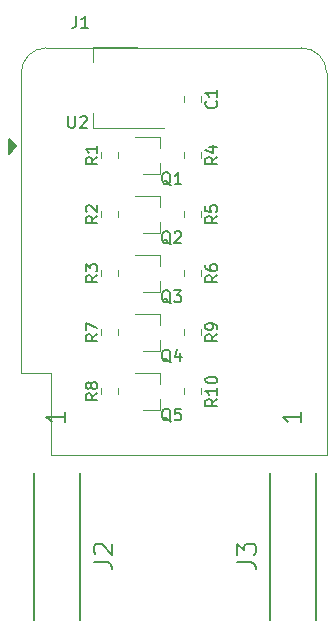
<source format=gbr>
G04 #@! TF.GenerationSoftware,KiCad,Pcbnew,(6.0.6)*
G04 #@! TF.CreationDate,2023-01-05T20:28:39+10:00*
G04 #@! TF.ProjectId,MHI ESP,4d484920-4553-4502-9e6b-696361645f70,rev?*
G04 #@! TF.SameCoordinates,Original*
G04 #@! TF.FileFunction,Legend,Top*
G04 #@! TF.FilePolarity,Positive*
%FSLAX46Y46*%
G04 Gerber Fmt 4.6, Leading zero omitted, Abs format (unit mm)*
G04 Created by KiCad (PCBNEW (6.0.6)) date 2023-01-05 20:28:39*
%MOMM*%
%LPD*%
G01*
G04 APERTURE LIST*
%ADD10C,0.150000*%
%ADD11C,0.120000*%
%ADD12C,0.200000*%
G04 APERTURE END LIST*
D10*
X124654761Y-100797619D02*
X124559523Y-100750000D01*
X124464285Y-100654761D01*
X124321428Y-100511904D01*
X124226190Y-100464285D01*
X124130952Y-100464285D01*
X124178571Y-100702380D02*
X124083333Y-100654761D01*
X123988095Y-100559523D01*
X123940476Y-100369047D01*
X123940476Y-100035714D01*
X123988095Y-99845238D01*
X124083333Y-99750000D01*
X124178571Y-99702380D01*
X124369047Y-99702380D01*
X124464285Y-99750000D01*
X124559523Y-99845238D01*
X124607142Y-100035714D01*
X124607142Y-100369047D01*
X124559523Y-100559523D01*
X124464285Y-100654761D01*
X124369047Y-100702380D01*
X124178571Y-100702380D01*
X124988095Y-99797619D02*
X125035714Y-99750000D01*
X125130952Y-99702380D01*
X125369047Y-99702380D01*
X125464285Y-99750000D01*
X125511904Y-99797619D01*
X125559523Y-99892857D01*
X125559523Y-99988095D01*
X125511904Y-100130952D01*
X124940476Y-100702380D01*
X125559523Y-100702380D01*
X124654761Y-105797619D02*
X124559523Y-105750000D01*
X124464285Y-105654761D01*
X124321428Y-105511904D01*
X124226190Y-105464285D01*
X124130952Y-105464285D01*
X124178571Y-105702380D02*
X124083333Y-105654761D01*
X123988095Y-105559523D01*
X123940476Y-105369047D01*
X123940476Y-105035714D01*
X123988095Y-104845238D01*
X124083333Y-104750000D01*
X124178571Y-104702380D01*
X124369047Y-104702380D01*
X124464285Y-104750000D01*
X124559523Y-104845238D01*
X124607142Y-105035714D01*
X124607142Y-105369047D01*
X124559523Y-105559523D01*
X124464285Y-105654761D01*
X124369047Y-105702380D01*
X124178571Y-105702380D01*
X124940476Y-104702380D02*
X125559523Y-104702380D01*
X125226190Y-105083333D01*
X125369047Y-105083333D01*
X125464285Y-105130952D01*
X125511904Y-105178571D01*
X125559523Y-105273809D01*
X125559523Y-105511904D01*
X125511904Y-105607142D01*
X125464285Y-105654761D01*
X125369047Y-105702380D01*
X125083333Y-105702380D01*
X124988095Y-105654761D01*
X124940476Y-105607142D01*
X118452380Y-93416666D02*
X117976190Y-93750000D01*
X118452380Y-93988095D02*
X117452380Y-93988095D01*
X117452380Y-93607142D01*
X117500000Y-93511904D01*
X117547619Y-93464285D01*
X117642857Y-93416666D01*
X117785714Y-93416666D01*
X117880952Y-93464285D01*
X117928571Y-93511904D01*
X117976190Y-93607142D01*
X117976190Y-93988095D01*
X118452380Y-92464285D02*
X118452380Y-93035714D01*
X118452380Y-92750000D02*
X117452380Y-92750000D01*
X117595238Y-92845238D01*
X117690476Y-92940476D01*
X117738095Y-93035714D01*
X118452380Y-103416666D02*
X117976190Y-103750000D01*
X118452380Y-103988095D02*
X117452380Y-103988095D01*
X117452380Y-103607142D01*
X117500000Y-103511904D01*
X117547619Y-103464285D01*
X117642857Y-103416666D01*
X117785714Y-103416666D01*
X117880952Y-103464285D01*
X117928571Y-103511904D01*
X117976190Y-103607142D01*
X117976190Y-103988095D01*
X117452380Y-103083333D02*
X117452380Y-102464285D01*
X117833333Y-102797619D01*
X117833333Y-102654761D01*
X117880952Y-102559523D01*
X117928571Y-102511904D01*
X118023809Y-102464285D01*
X118261904Y-102464285D01*
X118357142Y-102511904D01*
X118404761Y-102559523D01*
X118452380Y-102654761D01*
X118452380Y-102940476D01*
X118404761Y-103035714D01*
X118357142Y-103083333D01*
X128602380Y-93416666D02*
X128126190Y-93750000D01*
X128602380Y-93988095D02*
X127602380Y-93988095D01*
X127602380Y-93607142D01*
X127650000Y-93511904D01*
X127697619Y-93464285D01*
X127792857Y-93416666D01*
X127935714Y-93416666D01*
X128030952Y-93464285D01*
X128078571Y-93511904D01*
X128126190Y-93607142D01*
X128126190Y-93988095D01*
X127935714Y-92559523D02*
X128602380Y-92559523D01*
X127554761Y-92797619D02*
X128269047Y-93035714D01*
X128269047Y-92416666D01*
X115988095Y-89952380D02*
X115988095Y-90761904D01*
X116035714Y-90857142D01*
X116083333Y-90904761D01*
X116178571Y-90952380D01*
X116369047Y-90952380D01*
X116464285Y-90904761D01*
X116511904Y-90857142D01*
X116559523Y-90761904D01*
X116559523Y-89952380D01*
X116988095Y-90047619D02*
X117035714Y-90000000D01*
X117130952Y-89952380D01*
X117369047Y-89952380D01*
X117464285Y-90000000D01*
X117511904Y-90047619D01*
X117559523Y-90142857D01*
X117559523Y-90238095D01*
X117511904Y-90380952D01*
X116940476Y-90952380D01*
X117559523Y-90952380D01*
X128507142Y-88666666D02*
X128554761Y-88714285D01*
X128602380Y-88857142D01*
X128602380Y-88952380D01*
X128554761Y-89095238D01*
X128459523Y-89190476D01*
X128364285Y-89238095D01*
X128173809Y-89285714D01*
X128030952Y-89285714D01*
X127840476Y-89238095D01*
X127745238Y-89190476D01*
X127650000Y-89095238D01*
X127602380Y-88952380D01*
X127602380Y-88857142D01*
X127650000Y-88714285D01*
X127697619Y-88666666D01*
X128602380Y-87714285D02*
X128602380Y-88285714D01*
X128602380Y-88000000D02*
X127602380Y-88000000D01*
X127745238Y-88095238D01*
X127840476Y-88190476D01*
X127888095Y-88285714D01*
X124654761Y-95797619D02*
X124559523Y-95750000D01*
X124464285Y-95654761D01*
X124321428Y-95511904D01*
X124226190Y-95464285D01*
X124130952Y-95464285D01*
X124178571Y-95702380D02*
X124083333Y-95654761D01*
X123988095Y-95559523D01*
X123940476Y-95369047D01*
X123940476Y-95035714D01*
X123988095Y-94845238D01*
X124083333Y-94750000D01*
X124178571Y-94702380D01*
X124369047Y-94702380D01*
X124464285Y-94750000D01*
X124559523Y-94845238D01*
X124607142Y-95035714D01*
X124607142Y-95369047D01*
X124559523Y-95559523D01*
X124464285Y-95654761D01*
X124369047Y-95702380D01*
X124178571Y-95702380D01*
X125559523Y-95702380D02*
X124988095Y-95702380D01*
X125273809Y-95702380D02*
X125273809Y-94702380D01*
X125178571Y-94845238D01*
X125083333Y-94940476D01*
X124988095Y-94988095D01*
X128602380Y-98416666D02*
X128126190Y-98750000D01*
X128602380Y-98988095D02*
X127602380Y-98988095D01*
X127602380Y-98607142D01*
X127650000Y-98511904D01*
X127697619Y-98464285D01*
X127792857Y-98416666D01*
X127935714Y-98416666D01*
X128030952Y-98464285D01*
X128078571Y-98511904D01*
X128126190Y-98607142D01*
X128126190Y-98988095D01*
X127602380Y-97511904D02*
X127602380Y-97988095D01*
X128078571Y-98035714D01*
X128030952Y-97988095D01*
X127983333Y-97892857D01*
X127983333Y-97654761D01*
X128030952Y-97559523D01*
X128078571Y-97511904D01*
X128173809Y-97464285D01*
X128411904Y-97464285D01*
X128507142Y-97511904D01*
X128554761Y-97559523D01*
X128602380Y-97654761D01*
X128602380Y-97892857D01*
X128554761Y-97988095D01*
X128507142Y-98035714D01*
X118452380Y-98416666D02*
X117976190Y-98750000D01*
X118452380Y-98988095D02*
X117452380Y-98988095D01*
X117452380Y-98607142D01*
X117500000Y-98511904D01*
X117547619Y-98464285D01*
X117642857Y-98416666D01*
X117785714Y-98416666D01*
X117880952Y-98464285D01*
X117928571Y-98511904D01*
X117976190Y-98607142D01*
X117976190Y-98988095D01*
X117547619Y-98035714D02*
X117500000Y-97988095D01*
X117452380Y-97892857D01*
X117452380Y-97654761D01*
X117500000Y-97559523D01*
X117547619Y-97511904D01*
X117642857Y-97464285D01*
X117738095Y-97464285D01*
X117880952Y-97511904D01*
X118452380Y-98083333D01*
X118452380Y-97464285D01*
X128602380Y-103416666D02*
X128126190Y-103750000D01*
X128602380Y-103988095D02*
X127602380Y-103988095D01*
X127602380Y-103607142D01*
X127650000Y-103511904D01*
X127697619Y-103464285D01*
X127792857Y-103416666D01*
X127935714Y-103416666D01*
X128030952Y-103464285D01*
X128078571Y-103511904D01*
X128126190Y-103607142D01*
X128126190Y-103988095D01*
X127602380Y-102559523D02*
X127602380Y-102750000D01*
X127650000Y-102845238D01*
X127697619Y-102892857D01*
X127840476Y-102988095D01*
X128030952Y-103035714D01*
X128411904Y-103035714D01*
X128507142Y-102988095D01*
X128554761Y-102940476D01*
X128602380Y-102845238D01*
X128602380Y-102654761D01*
X128554761Y-102559523D01*
X128507142Y-102511904D01*
X128411904Y-102464285D01*
X128173809Y-102464285D01*
X128078571Y-102511904D01*
X128030952Y-102559523D01*
X127983333Y-102654761D01*
X127983333Y-102845238D01*
X128030952Y-102940476D01*
X128078571Y-102988095D01*
X128173809Y-103035714D01*
X124654761Y-110797619D02*
X124559523Y-110750000D01*
X124464285Y-110654761D01*
X124321428Y-110511904D01*
X124226190Y-110464285D01*
X124130952Y-110464285D01*
X124178571Y-110702380D02*
X124083333Y-110654761D01*
X123988095Y-110559523D01*
X123940476Y-110369047D01*
X123940476Y-110035714D01*
X123988095Y-109845238D01*
X124083333Y-109750000D01*
X124178571Y-109702380D01*
X124369047Y-109702380D01*
X124464285Y-109750000D01*
X124559523Y-109845238D01*
X124607142Y-110035714D01*
X124607142Y-110369047D01*
X124559523Y-110559523D01*
X124464285Y-110654761D01*
X124369047Y-110702380D01*
X124178571Y-110702380D01*
X125464285Y-110035714D02*
X125464285Y-110702380D01*
X125226190Y-109654761D02*
X124988095Y-110369047D01*
X125607142Y-110369047D01*
X124654761Y-115797619D02*
X124559523Y-115750000D01*
X124464285Y-115654761D01*
X124321428Y-115511904D01*
X124226190Y-115464285D01*
X124130952Y-115464285D01*
X124178571Y-115702380D02*
X124083333Y-115654761D01*
X123988095Y-115559523D01*
X123940476Y-115369047D01*
X123940476Y-115035714D01*
X123988095Y-114845238D01*
X124083333Y-114750000D01*
X124178571Y-114702380D01*
X124369047Y-114702380D01*
X124464285Y-114750000D01*
X124559523Y-114845238D01*
X124607142Y-115035714D01*
X124607142Y-115369047D01*
X124559523Y-115559523D01*
X124464285Y-115654761D01*
X124369047Y-115702380D01*
X124178571Y-115702380D01*
X125511904Y-114702380D02*
X125035714Y-114702380D01*
X124988095Y-115178571D01*
X125035714Y-115130952D01*
X125130952Y-115083333D01*
X125369047Y-115083333D01*
X125464285Y-115130952D01*
X125511904Y-115178571D01*
X125559523Y-115273809D01*
X125559523Y-115511904D01*
X125511904Y-115607142D01*
X125464285Y-115654761D01*
X125369047Y-115702380D01*
X125130952Y-115702380D01*
X125035714Y-115654761D01*
X124988095Y-115607142D01*
X118452380Y-108416666D02*
X117976190Y-108750000D01*
X118452380Y-108988095D02*
X117452380Y-108988095D01*
X117452380Y-108607142D01*
X117500000Y-108511904D01*
X117547619Y-108464285D01*
X117642857Y-108416666D01*
X117785714Y-108416666D01*
X117880952Y-108464285D01*
X117928571Y-108511904D01*
X117976190Y-108607142D01*
X117976190Y-108988095D01*
X117452380Y-108083333D02*
X117452380Y-107416666D01*
X118452380Y-107845238D01*
X118452380Y-113416666D02*
X117976190Y-113750000D01*
X118452380Y-113988095D02*
X117452380Y-113988095D01*
X117452380Y-113607142D01*
X117500000Y-113511904D01*
X117547619Y-113464285D01*
X117642857Y-113416666D01*
X117785714Y-113416666D01*
X117880952Y-113464285D01*
X117928571Y-113511904D01*
X117976190Y-113607142D01*
X117976190Y-113988095D01*
X117880952Y-112845238D02*
X117833333Y-112940476D01*
X117785714Y-112988095D01*
X117690476Y-113035714D01*
X117642857Y-113035714D01*
X117547619Y-112988095D01*
X117500000Y-112940476D01*
X117452380Y-112845238D01*
X117452380Y-112654761D01*
X117500000Y-112559523D01*
X117547619Y-112511904D01*
X117642857Y-112464285D01*
X117690476Y-112464285D01*
X117785714Y-112511904D01*
X117833333Y-112559523D01*
X117880952Y-112654761D01*
X117880952Y-112845238D01*
X117928571Y-112940476D01*
X117976190Y-112988095D01*
X118071428Y-113035714D01*
X118261904Y-113035714D01*
X118357142Y-112988095D01*
X118404761Y-112940476D01*
X118452380Y-112845238D01*
X118452380Y-112654761D01*
X118404761Y-112559523D01*
X118357142Y-112511904D01*
X118261904Y-112464285D01*
X118071428Y-112464285D01*
X117976190Y-112511904D01*
X117928571Y-112559523D01*
X117880952Y-112654761D01*
X128602380Y-108416666D02*
X128126190Y-108750000D01*
X128602380Y-108988095D02*
X127602380Y-108988095D01*
X127602380Y-108607142D01*
X127650000Y-108511904D01*
X127697619Y-108464285D01*
X127792857Y-108416666D01*
X127935714Y-108416666D01*
X128030952Y-108464285D01*
X128078571Y-108511904D01*
X128126190Y-108607142D01*
X128126190Y-108988095D01*
X128602380Y-107940476D02*
X128602380Y-107750000D01*
X128554761Y-107654761D01*
X128507142Y-107607142D01*
X128364285Y-107511904D01*
X128173809Y-107464285D01*
X127792857Y-107464285D01*
X127697619Y-107511904D01*
X127650000Y-107559523D01*
X127602380Y-107654761D01*
X127602380Y-107845238D01*
X127650000Y-107940476D01*
X127697619Y-107988095D01*
X127792857Y-108035714D01*
X128030952Y-108035714D01*
X128126190Y-107988095D01*
X128173809Y-107940476D01*
X128221428Y-107845238D01*
X128221428Y-107654761D01*
X128173809Y-107559523D01*
X128126190Y-107511904D01*
X128030952Y-107464285D01*
X128602380Y-113892857D02*
X128126190Y-114226190D01*
X128602380Y-114464285D02*
X127602380Y-114464285D01*
X127602380Y-114083333D01*
X127650000Y-113988095D01*
X127697619Y-113940476D01*
X127792857Y-113892857D01*
X127935714Y-113892857D01*
X128030952Y-113940476D01*
X128078571Y-113988095D01*
X128126190Y-114083333D01*
X128126190Y-114464285D01*
X128602380Y-112940476D02*
X128602380Y-113511904D01*
X128602380Y-113226190D02*
X127602380Y-113226190D01*
X127745238Y-113321428D01*
X127840476Y-113416666D01*
X127888095Y-113511904D01*
X127602380Y-112321428D02*
X127602380Y-112226190D01*
X127650000Y-112130952D01*
X127697619Y-112083333D01*
X127792857Y-112035714D01*
X127983333Y-111988095D01*
X128221428Y-111988095D01*
X128411904Y-112035714D01*
X128507142Y-112083333D01*
X128554761Y-112130952D01*
X128602380Y-112226190D01*
X128602380Y-112321428D01*
X128554761Y-112416666D01*
X128507142Y-112464285D01*
X128411904Y-112511904D01*
X128221428Y-112559523D01*
X127983333Y-112559523D01*
X127792857Y-112511904D01*
X127697619Y-112464285D01*
X127650000Y-112416666D01*
X127602380Y-112321428D01*
X118137607Y-127709934D02*
X119262467Y-127709934D01*
X119487439Y-127784924D01*
X119637420Y-127934906D01*
X119712410Y-128159878D01*
X119712410Y-128309859D01*
X118287589Y-127035018D02*
X118212598Y-126960028D01*
X118137607Y-126810046D01*
X118137607Y-126435093D01*
X118212598Y-126285112D01*
X118287589Y-126210121D01*
X118437570Y-126135131D01*
X118587551Y-126135131D01*
X118812523Y-126210121D01*
X119712410Y-127110009D01*
X119712410Y-126135131D01*
X115712410Y-114975056D02*
X115712410Y-115874943D01*
X115712410Y-115425000D02*
X114137607Y-115425000D01*
X114362579Y-115574981D01*
X114512560Y-115724962D01*
X114587551Y-115874943D01*
X130287607Y-127709934D02*
X131412467Y-127709934D01*
X131637439Y-127784924D01*
X131787420Y-127934906D01*
X131862410Y-128159878D01*
X131862410Y-128309859D01*
X130287607Y-127110009D02*
X130287607Y-126135131D01*
X130887532Y-126660065D01*
X130887532Y-126435093D01*
X130962523Y-126285112D01*
X131037514Y-126210121D01*
X131187495Y-126135131D01*
X131562448Y-126135131D01*
X131712429Y-126210121D01*
X131787420Y-126285112D01*
X131862410Y-126435093D01*
X131862410Y-126885037D01*
X131787420Y-127035018D01*
X131712429Y-127110009D01*
X135712410Y-114975056D02*
X135712410Y-115874943D01*
X135712410Y-115425000D02*
X134137607Y-115425000D01*
X134362579Y-115574981D01*
X134512560Y-115724962D01*
X134587551Y-115874943D01*
X116666666Y-81452380D02*
X116666666Y-82166666D01*
X116619047Y-82309523D01*
X116523809Y-82404761D01*
X116380952Y-82452380D01*
X116285714Y-82452380D01*
X117666666Y-82452380D02*
X117095238Y-82452380D01*
X117380952Y-82452380D02*
X117380952Y-81452380D01*
X117285714Y-81595238D01*
X117190476Y-81690476D01*
X117095238Y-81738095D01*
D11*
X123760000Y-99830000D02*
X123760000Y-98900000D01*
X123760000Y-99830000D02*
X122300000Y-99830000D01*
X123760000Y-96670000D02*
X123760000Y-97600000D01*
X123760000Y-96670000D02*
X121600000Y-96670000D01*
X123760000Y-101670000D02*
X121600000Y-101670000D01*
X123760000Y-104830000D02*
X123760000Y-103900000D01*
X123760000Y-101670000D02*
X123760000Y-102600000D01*
X123760000Y-104830000D02*
X122300000Y-104830000D01*
X120210000Y-92991422D02*
X120210000Y-93508578D01*
X118790000Y-92991422D02*
X118790000Y-93508578D01*
X118790000Y-102991422D02*
X118790000Y-103508578D01*
X120210000Y-102991422D02*
X120210000Y-103508578D01*
X127210000Y-92991422D02*
X127210000Y-93508578D01*
X125790000Y-92991422D02*
X125790000Y-93508578D01*
X137860000Y-118620000D02*
X137860000Y-86290000D01*
X112000000Y-111720000D02*
X112000000Y-86290000D01*
X112000000Y-111720000D02*
X114540000Y-111720000D01*
X114540000Y-111720000D02*
X114540000Y-118620000D01*
X114540000Y-118620000D02*
X137860000Y-118620000D01*
X135740000Y-84160000D02*
X114130000Y-84160000D01*
X137860000Y-86290000D02*
G75*
G03*
X135730000Y-84160000I-2130000J0D01*
G01*
X114130000Y-84160000D02*
G75*
G03*
X112000000Y-86290000I2J-2130002D01*
G01*
G36*
X111595000Y-92500000D02*
G01*
X110960000Y-93135000D01*
X110960000Y-91865000D01*
X111595000Y-92500000D01*
G37*
D10*
X111595000Y-92500000D02*
X110960000Y-93135000D01*
X110960000Y-91865000D01*
X111595000Y-92500000D01*
D11*
X124100000Y-90910000D02*
X118090000Y-90910000D01*
X118090000Y-90910000D02*
X118090000Y-89650000D01*
X121850000Y-84090000D02*
X118090000Y-84090000D01*
X118090000Y-84090000D02*
X118090000Y-85350000D01*
X127210000Y-88241422D02*
X127210000Y-88758578D01*
X125790000Y-88241422D02*
X125790000Y-88758578D01*
X123760000Y-91670000D02*
X123760000Y-92600000D01*
X123760000Y-94830000D02*
X123760000Y-93900000D01*
X123760000Y-91670000D02*
X121600000Y-91670000D01*
X123760000Y-94830000D02*
X122300000Y-94830000D01*
X127210000Y-97991422D02*
X127210000Y-98508578D01*
X125790000Y-97991422D02*
X125790000Y-98508578D01*
X118790000Y-97991422D02*
X118790000Y-98508578D01*
X120210000Y-97991422D02*
X120210000Y-98508578D01*
X125790000Y-102991422D02*
X125790000Y-103508578D01*
X127210000Y-102991422D02*
X127210000Y-103508578D01*
X123760000Y-106670000D02*
X121600000Y-106670000D01*
X123760000Y-106670000D02*
X123760000Y-107600000D01*
X123760000Y-109830000D02*
X123760000Y-108900000D01*
X123760000Y-109830000D02*
X122300000Y-109830000D01*
X123760000Y-114830000D02*
X123760000Y-113900000D01*
X123760000Y-111670000D02*
X123760000Y-112600000D01*
X123760000Y-114830000D02*
X122300000Y-114830000D01*
X123760000Y-111670000D02*
X121600000Y-111670000D01*
X118790000Y-107991422D02*
X118790000Y-108508578D01*
X120210000Y-107991422D02*
X120210000Y-108508578D01*
X118790000Y-112991422D02*
X118790000Y-113508578D01*
X120210000Y-112991422D02*
X120210000Y-113508578D01*
X125790000Y-107991422D02*
X125790000Y-108508578D01*
X127210000Y-107991422D02*
X127210000Y-108508578D01*
X127210000Y-112991422D02*
X127210000Y-113508578D01*
X125790000Y-112991422D02*
X125790000Y-113508578D01*
D12*
X113050000Y-120199600D02*
X113050000Y-132575000D01*
X116950000Y-132575000D02*
X116950000Y-120135800D01*
X113050000Y-120185000D02*
X113050000Y-120165000D01*
X133050000Y-120199600D02*
X133050000Y-132575000D01*
X136950000Y-132575000D02*
X136950000Y-120135800D01*
X133050000Y-120185000D02*
X133050000Y-120165000D01*
M02*

</source>
